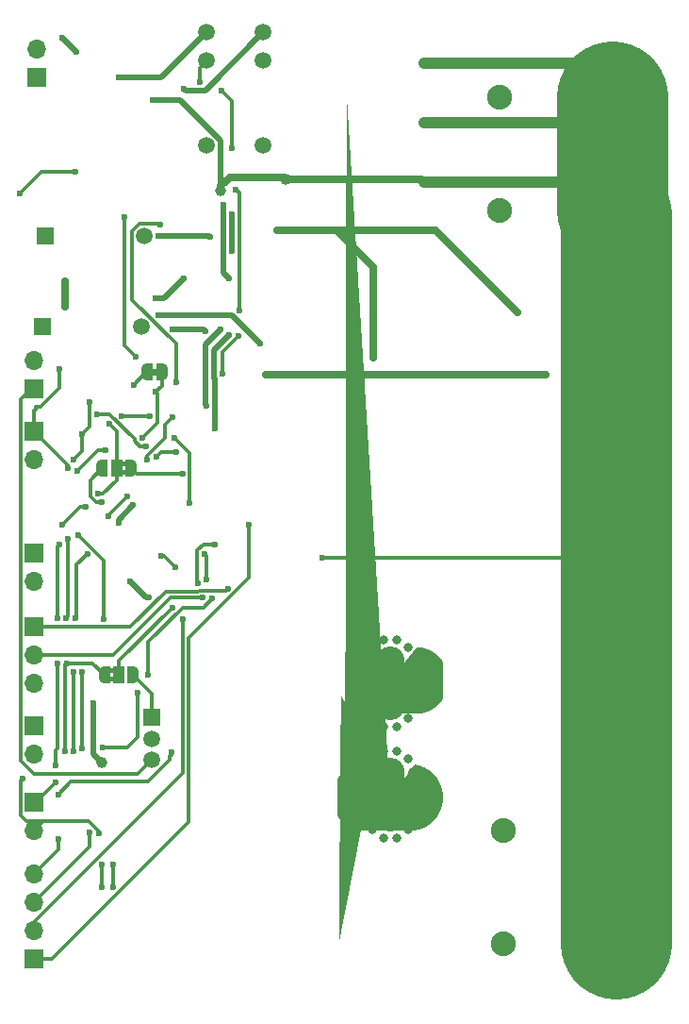
<source format=gbr>
%TF.GenerationSoftware,KiCad,Pcbnew,8.0.3*%
%TF.CreationDate,2024-11-15T02:09:21-08:00*%
%TF.ProjectId,Power_Management,506f7765-725f-44d6-916e-6167656d656e,rev?*%
%TF.SameCoordinates,Original*%
%TF.FileFunction,Copper,L2,Bot*%
%TF.FilePolarity,Positive*%
%FSLAX46Y46*%
G04 Gerber Fmt 4.6, Leading zero omitted, Abs format (unit mm)*
G04 Created by KiCad (PCBNEW 8.0.3) date 2024-11-15 02:09:21*
%MOMM*%
%LPD*%
G01*
G04 APERTURE LIST*
G04 Aperture macros list*
%AMRoundRect*
0 Rectangle with rounded corners*
0 $1 Rounding radius*
0 $2 $3 $4 $5 $6 $7 $8 $9 X,Y pos of 4 corners*
0 Add a 4 corners polygon primitive as box body*
4,1,4,$2,$3,$4,$5,$6,$7,$8,$9,$2,$3,0*
0 Add four circle primitives for the rounded corners*
1,1,$1+$1,$2,$3*
1,1,$1+$1,$4,$5*
1,1,$1+$1,$6,$7*
1,1,$1+$1,$8,$9*
0 Add four rect primitives between the rounded corners*
20,1,$1+$1,$2,$3,$4,$5,0*
20,1,$1+$1,$4,$5,$6,$7,0*
20,1,$1+$1,$6,$7,$8,$9,0*
20,1,$1+$1,$8,$9,$2,$3,0*%
%AMFreePoly0*
4,1,64,2.219304,2.963065,2.677052,2.853170,3.111972,2.673020,3.513357,2.427051,3.871321,2.121320,4.177052,1.763356,4.423021,1.361971,4.603171,0.927051,4.713066,0.469303,4.750001,0.000000,4.713066,-0.469303,4.603171,-0.927051,4.423021,-1.361971,4.177052,-1.763356,3.871321,-2.121320,3.513357,-2.427051,3.111972,-2.673020,2.677052,-2.853170,2.219304,-2.963065,1.750001,-3.000000,
-2.249999,-3.000000,-2.397706,-2.996361,-2.545055,-2.985454,-2.691689,-2.967306,-2.837251,-2.941960,-2.981388,-2.909478,-3.123751,-2.869938,-3.263995,-2.823437,-3.401780,-2.770088,-3.536770,-2.710019,-3.668639,-2.643376,-3.797067,-2.570322,-3.921743,-2.491033,-4.042363,-2.405702,-4.158636,-2.314536,-4.270279,-2.217755,-4.377022,-2.115595,-4.478605,-2.008303,-4.574782,-1.896139,-4.665320,-1.779377,
-4.750000,-1.658298,-4.750001,1.658297,-4.665322,1.779376,-4.574783,1.896139,-4.478606,2.008302,-4.377023,2.115594,-4.270281,2.217755,-4.158637,2.314535,-4.042365,2.405702,-3.921744,2.491033,-3.797069,2.570322,-3.668640,2.643376,-3.536771,2.710019,-3.401780,2.770087,-3.263996,2.823437,-3.123752,2.869937,-2.981389,2.909477,-2.837251,2.941959,-2.691689,2.967304,-2.545056,2.985452,
-2.397706,2.996359,-2.249999,2.999997,1.750001,3.000000,2.219304,2.963065,2.219304,2.963065,$1*%
%AMFreePoly1*
4,1,64,2.397707,2.996361,2.545056,2.985454,2.691689,2.967306,2.837251,2.941960,2.981388,2.909477,3.123751,2.869938,3.263995,2.823437,3.401779,2.770087,3.536770,2.710019,3.668639,2.643376,3.797067,2.570322,3.921742,2.491033,4.042363,2.405702,4.158635,2.314536,4.270278,2.217755,4.377021,2.115595,4.478604,2.008303,4.574782,1.896140,4.665320,1.779378,4.750000,1.658299,
4.750001,-1.658298,4.665321,-1.779377,4.574783,-1.896139,4.478606,-2.008303,4.377022,-2.115595,4.270280,-2.217755,4.158637,-2.314536,4.042364,-2.405702,3.921744,-2.491033,3.797068,-2.570322,3.668640,-2.643376,3.536771,-2.710019,3.401780,-2.770087,3.263996,-2.823437,3.123752,-2.869937,2.981389,-2.909477,2.837251,-2.941959,2.691689,-2.967305,2.545056,-2.985453,2.397707,-2.996360,
2.250000,-2.999998,-1.750001,-3.000000,-2.219304,-2.963065,-2.677051,-2.853170,-3.111972,-2.673020,-3.513356,-2.427051,-3.871321,-2.121320,-4.177051,-1.763356,-4.423020,-1.361971,-4.603170,-0.927051,-4.713066,-0.469303,-4.750001,0.000000,-4.713066,0.469303,-4.603170,0.927051,-4.423020,1.361971,-4.177051,1.763356,-3.871321,2.121320,-3.513356,2.427051,-3.111972,2.673020,-2.677051,2.853170,
-2.219304,2.963065,-1.750001,3.000000,2.250000,3.000000,2.397707,2.996361,2.397707,2.996361,$1*%
%AMFreePoly2*
4,1,19,0.500000,-0.750000,0.000000,-0.750000,0.000000,-0.744911,-0.071157,-0.744911,-0.207708,-0.704816,-0.327430,-0.627875,-0.420627,-0.520320,-0.479746,-0.390866,-0.500000,-0.250000,-0.500000,0.250000,-0.479746,0.390866,-0.420627,0.520320,-0.327430,0.627875,-0.207708,0.704816,-0.071157,0.744911,0.000000,0.744911,0.000000,0.750000,0.500000,0.750000,0.500000,-0.750000,0.500000,-0.750000,
$1*%
%AMFreePoly3*
4,1,19,0.000000,0.744911,0.071157,0.744911,0.207708,0.704816,0.327430,0.627875,0.420627,0.520320,0.479746,0.390866,0.500000,0.250000,0.500000,-0.250000,0.479746,-0.390866,0.420627,-0.520320,0.327430,-0.627875,0.207708,-0.704816,0.071157,-0.744911,0.000000,-0.744911,0.000000,-0.750000,-0.500000,-0.750000,-0.500000,0.750000,0.000000,0.750000,0.000000,0.744911,0.000000,0.744911,
$1*%
%AMFreePoly4*
4,1,19,0.550000,-0.750000,0.000000,-0.750000,0.000000,-0.744911,-0.071157,-0.744911,-0.207708,-0.704816,-0.327430,-0.627875,-0.420627,-0.520320,-0.479746,-0.390866,-0.500000,-0.250000,-0.500000,0.250000,-0.479746,0.390866,-0.420627,0.520320,-0.327430,0.627875,-0.207708,0.704816,-0.071157,0.744911,0.000000,0.744911,0.000000,0.750000,0.550000,0.750000,0.550000,-0.750000,0.550000,-0.750000,
$1*%
%AMFreePoly5*
4,1,19,0.000000,0.744911,0.071157,0.744911,0.207708,0.704816,0.327430,0.627875,0.420627,0.520320,0.479746,0.390866,0.500000,0.250000,0.500000,-0.250000,0.479746,-0.390866,0.420627,-0.520320,0.327430,-0.627875,0.207708,-0.704816,0.071157,-0.744911,0.000000,-0.744911,0.000000,-0.750000,-0.550000,-0.750000,-0.550000,0.750000,0.000000,0.750000,0.000000,0.744911,0.000000,0.744911,
$1*%
G04 Aperture macros list end*
%TA.AperFunction,EtchedComponent*%
%ADD10C,0.000000*%
%TD*%
%TA.AperFunction,ComponentPad*%
%ADD11C,1.498600*%
%TD*%
%TA.AperFunction,ComponentPad*%
%ADD12R,1.700000X1.700000*%
%TD*%
%TA.AperFunction,ComponentPad*%
%ADD13O,1.700000X1.700000*%
%TD*%
%TA.AperFunction,ComponentPad*%
%ADD14R,1.498600X1.498600*%
%TD*%
%TA.AperFunction,ComponentPad*%
%ADD15C,2.235200*%
%TD*%
%TA.AperFunction,ComponentPad*%
%ADD16R,1.500000X1.500000*%
%TD*%
%TA.AperFunction,ComponentPad*%
%ADD17C,1.500000*%
%TD*%
%TA.AperFunction,ComponentPad*%
%ADD18RoundRect,1.300000X-0.000010X2.000000X-0.000010X-2.000000X0.000010X-2.000000X0.000010X2.000000X0*%
%TD*%
%TA.AperFunction,SMDPad,CuDef*%
%ADD19FreePoly0,270.000000*%
%TD*%
%TA.AperFunction,SMDPad,CuDef*%
%ADD20FreePoly1,270.000000*%
%TD*%
%TA.AperFunction,ComponentPad*%
%ADD21C,0.800000*%
%TD*%
%TA.AperFunction,SMDPad,CuDef*%
%ADD22FreePoly2,0.000000*%
%TD*%
%TA.AperFunction,SMDPad,CuDef*%
%ADD23FreePoly3,0.000000*%
%TD*%
%TA.AperFunction,SMDPad,CuDef*%
%ADD24FreePoly4,0.000000*%
%TD*%
%TA.AperFunction,SMDPad,CuDef*%
%ADD25R,1.000000X1.500000*%
%TD*%
%TA.AperFunction,SMDPad,CuDef*%
%ADD26FreePoly5,0.000000*%
%TD*%
%TA.AperFunction,SMDPad,CuDef*%
%ADD27FreePoly4,180.000000*%
%TD*%
%TA.AperFunction,SMDPad,CuDef*%
%ADD28FreePoly5,180.000000*%
%TD*%
%TA.AperFunction,ViaPad*%
%ADD29C,0.600000*%
%TD*%
%TA.AperFunction,ViaPad*%
%ADD30C,1.000000*%
%TD*%
%TA.AperFunction,Conductor*%
%ADD31C,0.304800*%
%TD*%
%TA.AperFunction,Conductor*%
%ADD32C,0.508000*%
%TD*%
%TA.AperFunction,Conductor*%
%ADD33C,0.635000*%
%TD*%
%TA.AperFunction,Conductor*%
%ADD34C,10.000000*%
%TD*%
%TA.AperFunction,Conductor*%
%ADD35C,1.000000*%
%TD*%
G04 APERTURE END LIST*
D10*
%TA.AperFunction,EtchedComponent*%
%TO.C,JP8*%
G36*
X164222000Y-124506000D02*
G01*
X163722000Y-124506000D01*
X163722000Y-123906000D01*
X164222000Y-123906000D01*
X164222000Y-124506000D01*
G37*
%TD.AperFunction*%
%TA.AperFunction,EtchedComponent*%
%TO.C,JP4*%
G36*
X160352000Y-151184000D02*
G01*
X159852000Y-151184000D01*
X159852000Y-150784000D01*
X160352000Y-150784000D01*
X160352000Y-151184000D01*
G37*
%TD.AperFunction*%
%TA.AperFunction,EtchedComponent*%
G36*
X160352000Y-151984000D02*
G01*
X159852000Y-151984000D01*
X159852000Y-151584000D01*
X160352000Y-151584000D01*
X160352000Y-151984000D01*
G37*
%TD.AperFunction*%
%TA.AperFunction,EtchedComponent*%
%TO.C,JP7*%
G36*
X161458000Y-132642000D02*
G01*
X160958000Y-132642000D01*
X160958000Y-132242000D01*
X161458000Y-132242000D01*
X161458000Y-132642000D01*
G37*
%TD.AperFunction*%
%TA.AperFunction,EtchedComponent*%
G36*
X161458000Y-133442000D02*
G01*
X160958000Y-133442000D01*
X160958000Y-133042000D01*
X161458000Y-133042000D01*
X161458000Y-133442000D01*
G37*
%TD.AperFunction*%
%TD*%
D11*
%TO.P,K2,1,1*%
%TO.N,Net-(JP1-C)*%
X168656000Y-93726000D03*
%TO.P,K2,2,2*%
%TO.N,/FET_control_logic/3.3V_GATE_EN*%
X168656000Y-96266000D03*
%TO.P,K2,5,5*%
%TO.N,GATE_DRIVER_EN*%
X168656000Y-103886000D03*
%TO.P,K2,6,6*%
X173736000Y-103886000D03*
%TO.P,K2,9,9*%
%TO.N,GND*%
X173736000Y-96266000D03*
%TO.P,K2,10,10*%
%TO.N,Net-(JP9-C)*%
X173736000Y-93726000D03*
%TD*%
D12*
%TO.P,J8,1,Pin_1*%
%TO.N,/FET_control_logic/OCP_LATCH*%
X153162000Y-176885600D03*
D13*
%TO.P,J8,2,Pin_2*%
%TO.N,/FET_control_logic/OCP_COMP*%
X153162000Y-174345600D03*
%TO.P,J8,3,Pin_3*%
%TO.N,/FET_control_logic/UVP_COMP*%
X153162000Y-171805600D03*
%TO.P,J8,4,Pin_4*%
%TO.N,Net-(J8-Pin_4)*%
X153162000Y-169265600D03*
%TD*%
D11*
%TO.P,D6,1,K*%
%TO.N,/FETs/GATE2_DRIVE*%
X162814000Y-120142000D03*
D14*
%TO.P,D6,2,A*%
%TO.N,/FETs/V_THRUST*%
X153913840Y-120142000D03*
%TD*%
D15*
%TO.P,J3,1A,1A*%
%TO.N,/Battery_input/+BATT_HALL*%
X195326000Y-165354000D03*
%TO.P,J3,1B,1B*%
X195326000Y-175514000D03*
%TO.P,J3,2A,2A*%
%TO.N,/Battery_input/-Batt*%
X205486000Y-165354000D03*
%TO.P,J3,2B,2B*%
X205486000Y-175514000D03*
%TD*%
D12*
%TO.P,J2,1,Pin_1*%
%TO.N,+5V*%
X153162000Y-155951000D03*
D13*
%TO.P,J2,2,Pin_2*%
%TO.N,GND*%
X153162000Y-158491000D03*
%TD*%
D15*
%TO.P,J4,1A,1A*%
%TO.N,/Battery_input/-Batt*%
X205079200Y-109728000D03*
%TO.P,J4,1B,1B*%
X205079200Y-99568000D03*
%TO.P,J4,2A,2A*%
%TO.N,/FETs/V_THRUST*%
X194919200Y-109728000D03*
%TO.P,J4,2B,2B*%
X194919200Y-99568000D03*
%TD*%
D12*
%TO.P,J9,1,Pin_1*%
%TO.N,/OCP_UVP_detect/LE_Teensy*%
X153162000Y-147066000D03*
D13*
%TO.P,J9,2,Pin_2*%
%TO.N,/OCP_UVP_detect/OE_Teensy*%
X153162000Y-149606000D03*
%TO.P,J9,3,Pin_3*%
%TO.N,GND*%
X153162000Y-152146000D03*
%TD*%
D12*
%TO.P,J6,1,Pin_1*%
%TO.N,+3.3V*%
X153162000Y-129535000D03*
D13*
%TO.P,J6,2,Pin_2*%
%TO.N,GND*%
X153162000Y-132075000D03*
%TD*%
D12*
%TO.P,J10,1,Pin_1*%
%TO.N,/FET_control_logic/Kill_Switch*%
X153162000Y-162814000D03*
D13*
%TO.P,J10,2,Pin_2*%
%TO.N,GND*%
X153162000Y-165354000D03*
%TD*%
D12*
%TO.P,J5,1,Pin_1*%
%TO.N,GND*%
X153416000Y-97790000D03*
D13*
%TO.P,J5,2,Pin_2*%
%TO.N,/FET_control_logic/3.3V_GATE_EN*%
X153416000Y-95250000D03*
%TD*%
D12*
%TO.P,J1,1,Pin_1*%
%TO.N,/OCP_UVP_detect/ISENSE_ANALOG*%
X153162000Y-125735000D03*
D13*
%TO.P,J1,2,Pin_2*%
%TO.N,/OCP_UVP_detect/BATT_SAMPLE*%
X153162000Y-123195000D03*
%TD*%
D12*
%TO.P,J7,1,Pin_1*%
%TO.N,VREF1*%
X153162000Y-140457000D03*
D13*
%TO.P,J7,2,Pin_2*%
%TO.N,VREF2*%
X153162000Y-142997000D03*
%TD*%
D16*
%TO.P,U1,1,VCC*%
%TO.N,+5V*%
X163734001Y-155204000D03*
D17*
%TO.P,U1,2,GND*%
%TO.N,GND*%
X163734001Y-157114000D03*
%TO.P,U1,3,VIOUT*%
%TO.N,/OCP_UVP_detect/ISENSE_ANALOG*%
X163734001Y-159024000D03*
D18*
%TO.P,U1,4,IP+*%
%TO.N,/Battery_input/+BATT_HALL*%
X185134000Y-162114000D03*
D19*
X185134000Y-162363999D03*
D20*
%TO.P,U1,5,IP-*%
%TO.N,/FETs/+Batt*%
X185134000Y-151864000D03*
D18*
X185134000Y-152114000D03*
D21*
%TO.P,U1,~*%
%TO.N,N/C*%
X185752000Y-148212000D03*
X184516000Y-148212000D03*
X186752000Y-148938000D03*
X183516000Y-148938000D03*
X187134000Y-150114000D03*
X183134000Y-150114000D03*
X187134000Y-151447300D03*
X183134000Y-151447300D03*
X187134000Y-152780600D03*
X183134000Y-152780600D03*
X187134000Y-154113900D03*
X183134000Y-154113900D03*
X186752000Y-155290000D03*
X183516000Y-155290000D03*
X185752000Y-156016000D03*
X184515999Y-156016000D03*
X185752000Y-158212000D03*
X184515999Y-158212000D03*
X186752000Y-158938000D03*
X183516000Y-158938000D03*
X187134000Y-160114000D03*
X183134000Y-160114000D03*
X187134000Y-161447300D03*
X183134000Y-161447300D03*
X187134000Y-162780600D03*
X183134000Y-162780600D03*
X187134000Y-164113900D03*
X183134000Y-164113900D03*
X186752000Y-165290000D03*
X183516000Y-165290000D03*
X185752000Y-166016000D03*
X184516000Y-166016000D03*
%TD*%
D11*
%TO.P,D8,1,K*%
%TO.N,/FETs/GATE1_DRIVE*%
X163068000Y-112014000D03*
D14*
%TO.P,D8,2,A*%
%TO.N,/FETs/V_THRUST*%
X154167840Y-112014000D03*
%TD*%
D22*
%TO.P,JP8,1,A*%
%TO.N,Net-(D7-A)*%
X163322000Y-124206000D03*
D23*
%TO.P,JP8,2,B*%
%TO.N,Net-(J8-Pin_4)*%
X164622000Y-124206000D03*
%TD*%
D24*
%TO.P,JP4,1,A*%
%TO.N,+3.3V*%
X159452000Y-151384000D03*
D25*
%TO.P,JP4,2,C*%
%TO.N,Net-(JP4-C)*%
X160752000Y-151384000D03*
D26*
%TO.P,JP4,3,B*%
%TO.N,+5V*%
X162052000Y-151384000D03*
%TD*%
D27*
%TO.P,JP7,1,A*%
%TO.N,/FET_control_logic/OCP_LATCH*%
X161858000Y-132842000D03*
D25*
%TO.P,JP7,2,C*%
%TO.N,Net-(D5-A)*%
X160558000Y-132842000D03*
D28*
%TO.P,JP7,3,B*%
%TO.N,/FET_control_logic/OCP_COMP*%
X159258000Y-132842000D03*
%TD*%
D29*
%TO.N,GND*%
X152146000Y-160680400D03*
X156713000Y-132075000D03*
X157480000Y-129794000D03*
X151858000Y-108204000D03*
X158140400Y-126949200D03*
X156870400Y-106273600D03*
X159004000Y-165608000D03*
%TO.N,/FETs/V_THRUST*%
X173482000Y-121666000D03*
X164338000Y-119126000D03*
%TO.N,/FET_control_logic/3.3V_GATE_EN*%
X171246800Y-107848400D03*
X155702000Y-94234000D03*
X171551600Y-118668800D03*
X167995600Y-98196400D03*
X171500800Y-120954800D03*
X169976800Y-98958400D03*
X156972000Y-95504000D03*
X170942000Y-104140000D03*
X170027600Y-124409200D03*
%TO.N,/FET_control_logic/Kill_Switch*%
X165912800Y-125171200D03*
X165608000Y-128270000D03*
X155046400Y-159472807D03*
X155046400Y-161036000D03*
X159830017Y-137135177D03*
X155279214Y-146307917D03*
X155448000Y-139700000D03*
X155260601Y-150376257D03*
X164439600Y-110998000D03*
X161544000Y-135382000D03*
X163251002Y-132061844D03*
%TO.N,/FET_control_logic/UVP_COMP*%
X163372800Y-151384000D03*
X159308800Y-157937200D03*
X167081200Y-135940800D03*
X163576000Y-128219200D03*
X165709600Y-130098800D03*
X168452800Y-140512800D03*
X158140400Y-165506400D03*
X168656000Y-142849600D03*
X169164000Y-144526000D03*
X161036000Y-128168400D03*
X162458400Y-153009600D03*
%TO.N,Net-(D5-A)*%
X159902225Y-128888468D03*
X155651200Y-137922000D03*
X157784800Y-136296400D03*
X158851600Y-135128000D03*
%TO.N,Net-(D7-A)*%
X161290000Y-110337600D03*
X162067340Y-125384900D03*
X162264239Y-122842646D03*
%TO.N,+3.3V*%
X156210000Y-139192000D03*
X155914809Y-158237882D03*
X156210000Y-132842000D03*
X156021398Y-146282744D03*
X155397200Y-123952000D03*
X156062400Y-150328807D03*
%TO.N,Net-(JP4-C)*%
X165553866Y-145329374D03*
%TO.N,/FET_control_logic/OCP_COMP*%
X159261603Y-135897206D03*
X165862000Y-141732000D03*
X166522400Y-146354800D03*
X164592000Y-140716000D03*
%TO.N,/FET_control_logic/OCP_LATCH*%
X166473200Y-133327684D03*
X172415200Y-137922000D03*
%TO.N,/OCP_UVP_detect/BATT_SAMPLE*%
X165917897Y-131408879D03*
X163222813Y-130868600D03*
X164126449Y-131819282D03*
X158841435Y-127991421D03*
%TO.N,Net-(JP6-A)*%
X158496000Y-153916100D03*
D30*
X159229635Y-159226367D03*
D29*
%TO.N,/OCP_UVP_detect/LE_Teensy*%
X170554620Y-143630620D03*
%TO.N,/OCP_UVP_detect/OE_Teensy*%
X167862343Y-143159016D03*
X169418000Y-139700000D03*
X168251226Y-144466515D03*
%TO.N,VREF1*%
X156824400Y-146264807D03*
X162052000Y-136144000D03*
X160710104Y-137761264D03*
X159258000Y-170434000D03*
X156676797Y-151130000D03*
X159258000Y-168402000D03*
X156718000Y-158242000D03*
X157916104Y-140555264D03*
%TO.N,VREF2*%
X163493420Y-144443420D03*
X160274000Y-168402000D03*
X157480000Y-151130000D03*
X157480000Y-157988000D03*
X160274000Y-170434000D03*
X161798000Y-143002000D03*
%TO.N,Net-(J8-Pin_4)*%
X159410400Y-146354800D03*
X155295600Y-162102800D03*
X162864800Y-130149600D03*
X164084000Y-125984000D03*
X157124400Y-138836400D03*
X155346400Y-166116000D03*
X165506400Y-158292800D03*
X157022800Y-133096000D03*
X159562800Y-131216400D03*
%TO.N,/FETs/+Batt*%
X155956000Y-118364000D03*
X155956000Y-116078000D03*
D30*
%TO.N,/Battery_input/-Batt*%
X175768000Y-106934000D03*
X169926000Y-107950000D03*
X188214000Y-96520000D03*
D29*
X179070000Y-140919200D03*
D30*
X188214000Y-101854000D03*
X188214000Y-107188000D03*
D29*
X164084000Y-117602000D03*
X166624000Y-115824000D03*
X163830000Y-99822000D03*
%TO.N,/FETs/GATE2_DRIVE*%
X173921302Y-124460000D03*
X199136000Y-124460000D03*
X168529000Y-120523000D03*
X165608000Y-120396000D03*
%TO.N,/FETs/GATE1_DRIVE*%
X168967150Y-112071150D03*
X175006000Y-111506000D03*
X164338000Y-112014000D03*
X183642000Y-122936000D03*
X196596000Y-118872000D03*
%TO.N,Net-(JP1-C)*%
X160782000Y-97790000D03*
%TO.N,Net-(JP9-C)*%
X166624000Y-98806000D03*
%TO.N,Net-(JP3-B)*%
X170896000Y-113376483D03*
X169926000Y-120396000D03*
X170896000Y-110017674D03*
X168656000Y-127254000D03*
%TO.N,Net-(JP3-A)*%
X170173002Y-113026614D03*
X170688000Y-115824000D03*
X169418000Y-129286000D03*
X170180000Y-109220000D03*
X170656220Y-120872220D03*
%TD*%
D31*
%TO.N,GND*%
X159004000Y-165608000D02*
X159004000Y-165442841D01*
X159004000Y-165442841D02*
X158065159Y-164504000D01*
X153788400Y-106273600D02*
X151858000Y-108204000D01*
X154012000Y-164504000D02*
X152447200Y-164504000D01*
X154012000Y-164504000D02*
X153162000Y-165354000D01*
X156870400Y-106273600D02*
X153788400Y-106273600D01*
X151959600Y-164016400D02*
X151959600Y-160866800D01*
X158140400Y-129133600D02*
X157480000Y-129794000D01*
X157480000Y-131308000D02*
X156713000Y-132075000D01*
X158065159Y-164504000D02*
X154012000Y-164504000D01*
X151959600Y-160866800D02*
X152146000Y-160680400D01*
X152447200Y-164504000D02*
X151959600Y-164016400D01*
X157480000Y-129794000D02*
X157480000Y-131308000D01*
X158140400Y-126949200D02*
X158140400Y-129133600D01*
%TO.N,+5V*%
X163734001Y-153066001D02*
X162052000Y-151384000D01*
X163734001Y-155204000D02*
X163734001Y-153066001D01*
D32*
%TO.N,/FETs/V_THRUST*%
X164338000Y-119126000D02*
X170942000Y-119126000D01*
X170942000Y-119126000D02*
X173482000Y-121666000D01*
D31*
%TO.N,/FET_control_logic/3.3V_GATE_EN*%
X167995600Y-96926400D02*
X168656000Y-96266000D01*
X171551600Y-108153200D02*
X171246800Y-107848400D01*
X170942000Y-104140000D02*
X170891200Y-104089200D01*
X170891200Y-99872800D02*
X169976800Y-98958400D01*
X170027600Y-124409200D02*
X170027600Y-122428000D01*
X170891200Y-104089200D02*
X170891200Y-99872800D01*
X167995600Y-98196400D02*
X167995600Y-96926400D01*
D32*
X155702000Y-94234000D02*
X156972000Y-95504000D01*
D31*
X170027600Y-122428000D02*
X171500800Y-120954800D01*
X171551600Y-118668800D02*
X171551600Y-108153200D01*
%TO.N,/FET_control_logic/Kill_Switch*%
X165912800Y-121682760D02*
X165912800Y-125171200D01*
X159830017Y-137095983D02*
X159830017Y-137135177D01*
X161966300Y-117736260D02*
X165912800Y-121682760D01*
X155279214Y-139868786D02*
X155279214Y-146307917D01*
X165608000Y-128270000D02*
X164901600Y-128976400D01*
X155448000Y-139700000D02*
X155279214Y-139868786D01*
X163251002Y-131767570D02*
X163251002Y-132061844D01*
X164901600Y-130116972D02*
X163251002Y-131767570D01*
X164901600Y-128976400D02*
X164901600Y-130116972D01*
X155046400Y-159472807D02*
X155046400Y-158179132D01*
X164353900Y-110912300D02*
X162611660Y-110912300D01*
X162611660Y-110912300D02*
X161966300Y-111557660D01*
X155260601Y-157964931D02*
X155260601Y-150376257D01*
X161544000Y-135382000D02*
X159830017Y-137095983D01*
X164439600Y-110998000D02*
X164353900Y-110912300D01*
X153268400Y-162814000D02*
X155046400Y-161036000D01*
X155046400Y-158179132D02*
X155260601Y-157964931D01*
X161966300Y-111557660D02*
X161966300Y-117736260D01*
%TO.N,/FET_control_logic/UVP_COMP*%
X163525200Y-128168400D02*
X163576000Y-128219200D01*
X159308800Y-157937200D02*
X161493200Y-157937200D01*
X165709600Y-130098800D02*
X167128800Y-131518000D01*
X168656000Y-140716000D02*
X168452800Y-140512800D01*
X168351200Y-145338800D02*
X169164000Y-144526000D01*
X168656000Y-142849600D02*
X168656000Y-140716000D01*
X167128800Y-135893200D02*
X167081200Y-135940800D01*
X161036000Y-128168400D02*
X163525200Y-128168400D01*
X162458400Y-156972000D02*
X162458400Y-153009600D01*
X158140400Y-166827200D02*
X158140400Y-165506400D01*
X161493200Y-157937200D02*
X162458400Y-156972000D01*
X153162000Y-171805600D02*
X158140400Y-166827200D01*
X166471600Y-145338800D02*
X168351200Y-145338800D01*
X163372800Y-151384000D02*
X163372800Y-148437600D01*
X167128800Y-131518000D02*
X167128800Y-135893200D01*
X163372800Y-148437600D02*
X166471600Y-145338800D01*
%TO.N,Net-(D5-A)*%
X160558000Y-132842000D02*
X160558000Y-133896800D01*
X160558000Y-129544243D02*
X159902225Y-128888468D01*
X157784800Y-136296400D02*
X157276800Y-136296400D01*
X159326800Y-135128000D02*
X158851600Y-135128000D01*
X157276800Y-136296400D02*
X155651200Y-137922000D01*
X160558000Y-132842000D02*
X160558000Y-129544243D01*
X160558000Y-133896800D02*
X159326800Y-135128000D01*
%TO.N,Net-(D7-A)*%
X163246240Y-124206000D02*
X162067340Y-125384900D01*
X161290000Y-121868407D02*
X162264239Y-122842646D01*
X161290000Y-110337600D02*
X161290000Y-121868407D01*
%TO.N,+3.3V*%
X159452000Y-151384000D02*
X158396807Y-150328807D01*
X155914809Y-158237882D02*
X155914809Y-150476398D01*
X156210000Y-132842000D02*
X156210000Y-132583000D01*
X156168800Y-139233200D02*
X156168800Y-146135342D01*
X153263600Y-127355600D02*
X153263600Y-127609600D01*
X153263600Y-127609600D02*
X153162000Y-127711200D01*
X155397200Y-123952000D02*
X155397200Y-125645600D01*
X156210000Y-132583000D02*
X153162000Y-129535000D01*
X153162000Y-127711200D02*
X153162000Y-129535000D01*
X158396807Y-150328807D02*
X156062400Y-150328807D01*
X155914809Y-150476398D02*
X156062400Y-150328807D01*
X153687200Y-127355600D02*
X153263600Y-127355600D01*
X156210000Y-139192000D02*
X156168800Y-139233200D01*
X156168800Y-146135342D02*
X156021398Y-146282744D01*
X155397200Y-125645600D02*
X153687200Y-127355600D01*
%TO.N,Net-(JP4-C)*%
X160752000Y-151384000D02*
X160752000Y-150131240D01*
X160752000Y-150131240D02*
X165553866Y-145329374D01*
%TO.N,/FET_control_logic/OCP_COMP*%
X153162000Y-174345600D02*
X153162000Y-173532800D01*
X164592000Y-140716000D02*
X164846000Y-140716000D01*
X153162000Y-173532800D02*
X166522400Y-160172400D01*
X166522400Y-160172400D02*
X166522400Y-146354800D01*
X158196000Y-135399559D02*
X158693647Y-135897206D01*
X164846000Y-140716000D02*
X165862000Y-141732000D01*
X158196000Y-133904000D02*
X158196000Y-135399559D01*
X158693647Y-135897206D02*
X159261603Y-135897206D01*
X159258000Y-132842000D02*
X158196000Y-133904000D01*
%TO.N,/FET_control_logic/OCP_LATCH*%
X154745033Y-176885600D02*
X167030400Y-164600233D01*
X162343684Y-133327684D02*
X166473200Y-133327684D01*
X167030400Y-164600233D02*
X167030400Y-148082000D01*
X153162000Y-176885600D02*
X154745033Y-176885600D01*
X161858000Y-132842000D02*
X162343684Y-133327684D01*
X167030400Y-148082000D02*
X172415200Y-142697200D01*
X172415200Y-142697200D02*
X172415200Y-137922000D01*
%TO.N,/OCP_UVP_detect/BATT_SAMPLE*%
X162158400Y-130421159D02*
X162605841Y-130868600D01*
X158841435Y-127991421D02*
X159931862Y-127991421D01*
X164536852Y-131408879D02*
X165917897Y-131408879D01*
X159931862Y-127991421D02*
X162158400Y-130217959D01*
X162158400Y-130217959D02*
X162158400Y-130421159D01*
X164126449Y-131819282D02*
X164536852Y-131408879D01*
X162605841Y-130868600D02*
X163222813Y-130868600D01*
%TO.N,/OCP_UVP_detect/ISENSE_ANALOG*%
X153162000Y-125476000D02*
X151959600Y-126678400D01*
X151959600Y-159071600D02*
X153162000Y-160274000D01*
X151959600Y-126678400D02*
X151959600Y-159071600D01*
X153162000Y-160274000D02*
X162484001Y-160274000D01*
X162484001Y-160274000D02*
X163734001Y-159024000D01*
D32*
%TO.N,Net-(JP6-A)*%
X159229635Y-159226367D02*
X158496000Y-158492732D01*
X158496000Y-158492732D02*
X158496000Y-153916100D01*
D31*
%TO.N,/OCP_UVP_detect/LE_Teensy*%
X164952400Y-143911600D02*
X167896376Y-143911600D01*
X170386090Y-143799150D02*
X170554620Y-143630620D01*
X168008826Y-143799150D02*
X170386090Y-143799150D01*
X153162000Y-147066000D02*
X161798000Y-147066000D01*
X167896376Y-143911600D02*
X168008826Y-143799150D01*
X161798000Y-147066000D02*
X164952400Y-143911600D01*
%TO.N,/OCP_UVP_detect/OE_Teensy*%
X169418000Y-139700000D02*
X168338441Y-139700000D01*
X160274000Y-149606000D02*
X165413485Y-144466515D01*
X168338441Y-139700000D02*
X167797200Y-140241241D01*
X167797200Y-140241241D02*
X167797200Y-143093873D01*
X167797200Y-143093873D02*
X167862343Y-143159016D01*
X165413485Y-144466515D02*
X168251226Y-144466515D01*
X153162000Y-149606000D02*
X160274000Y-149606000D01*
%TO.N,VREF1*%
X156718000Y-158242000D02*
X156718000Y-151171203D01*
D32*
X162052000Y-136144000D02*
X160710104Y-137485896D01*
D31*
X159258000Y-170434000D02*
X159258000Y-168402000D01*
X156972000Y-146117207D02*
X156972000Y-141499368D01*
D32*
X160710104Y-137485896D02*
X160710104Y-137761264D01*
D31*
X156824400Y-146264807D02*
X156972000Y-146117207D01*
X156972000Y-141499368D02*
X157916104Y-140555264D01*
X156718000Y-151171203D02*
X156676797Y-151130000D01*
D32*
%TO.N,VREF2*%
X161798000Y-143002000D02*
X163239420Y-144443420D01*
X163239420Y-144443420D02*
X163493420Y-144443420D01*
D31*
X160274000Y-170434000D02*
X160274000Y-168402000D01*
X157480000Y-157988000D02*
X157480000Y-151130000D01*
%TO.N,Net-(J8-Pin_4)*%
X155295600Y-162102800D02*
X156464000Y-160934400D01*
X164231600Y-128782800D02*
X164231600Y-126131600D01*
X164084000Y-125984000D02*
X164622000Y-125446000D01*
X164622000Y-125446000D02*
X164622000Y-124206000D01*
X165354000Y-158699200D02*
X165506400Y-158546800D01*
X164231600Y-126131600D02*
X164084000Y-125984000D01*
X155346400Y-167081200D02*
X155346400Y-166116000D01*
X165506400Y-158546800D02*
X165506400Y-158292800D01*
X156464000Y-160934400D02*
X163382631Y-160934400D01*
X165354000Y-158963031D02*
X165354000Y-158699200D01*
X158902400Y-131216400D02*
X159562800Y-131216400D01*
X159410400Y-141122400D02*
X157124400Y-138836400D01*
X159410400Y-146354800D02*
X159410400Y-141122400D01*
X157022800Y-133096000D02*
X158902400Y-131216400D01*
X153162000Y-169265600D02*
X155346400Y-167081200D01*
X163382631Y-160934400D02*
X165354000Y-158963031D01*
X162864800Y-130149600D02*
X164231600Y-128782800D01*
D33*
%TO.N,/FETs/+Batt*%
X155956000Y-116078000D02*
X155956000Y-118364000D01*
D34*
%TO.N,/Battery_input/-Batt*%
X205486000Y-110134800D02*
X205079200Y-109728000D01*
D33*
X175556900Y-106722900D02*
X175768000Y-106934000D01*
D32*
X169926000Y-103454276D02*
X169926000Y-107950000D01*
D35*
X202539200Y-107188000D02*
X205079200Y-109728000D01*
X188214000Y-101854000D02*
X202793200Y-101854000D01*
D33*
X170754454Y-106722900D02*
X175556900Y-106722900D01*
D35*
X188214000Y-107188000D02*
X202539200Y-107188000D01*
X188214000Y-96520000D02*
X202031200Y-96520000D01*
D33*
X175768000Y-106934000D02*
X187960000Y-106934000D01*
D31*
X179070000Y-140919200D02*
X205486000Y-140919200D01*
D35*
X202031200Y-96520000D02*
X205079200Y-99568000D01*
D32*
X163830000Y-99822000D02*
X166293724Y-99822000D01*
X187960000Y-106934000D02*
X188214000Y-107188000D01*
D33*
X169926000Y-107551354D02*
X170754454Y-106722900D01*
D35*
X202793200Y-101854000D02*
X205079200Y-99568000D01*
D34*
X205486000Y-140919200D02*
X205486000Y-110134800D01*
D32*
X166293724Y-99822000D02*
X169926000Y-103454276D01*
X164084000Y-117602000D02*
X164846000Y-117602000D01*
X164846000Y-117602000D02*
X166624000Y-115824000D01*
D34*
X205486000Y-165354000D02*
X205486000Y-175514000D01*
X205486000Y-165354000D02*
X205486000Y-140919200D01*
X205079200Y-109728000D02*
X205079200Y-99568000D01*
D33*
X169926000Y-107950000D02*
X169926000Y-107551354D01*
%TO.N,/FETs/GATE2_DRIVE*%
X199136000Y-124460000D02*
X173921302Y-124460000D01*
D32*
X165608000Y-120396000D02*
X168402000Y-120396000D01*
X168402000Y-120396000D02*
X168529000Y-120523000D01*
D33*
%TO.N,/FETs/GATE1_DRIVE*%
X180340000Y-111506000D02*
X183642000Y-114808000D01*
X175006000Y-111506000D02*
X180340000Y-111506000D01*
D32*
X168910000Y-112014000D02*
X168967150Y-112071150D01*
D33*
X183642000Y-114808000D02*
X183642000Y-122936000D01*
X189230000Y-111506000D02*
X196596000Y-118872000D01*
X180340000Y-111506000D02*
X189230000Y-111506000D01*
D32*
X164338000Y-112014000D02*
X168910000Y-112014000D01*
%TO.N,Net-(JP1-C)*%
X160782000Y-97790000D02*
X164592000Y-97790000D01*
X164592000Y-97790000D02*
X168656000Y-93726000D01*
%TO.N,Net-(JP9-C)*%
X168508400Y-98953600D02*
X173736000Y-93726000D01*
X166771600Y-98953600D02*
X168508400Y-98953600D01*
X166624000Y-98806000D02*
X166771600Y-98953600D01*
%TO.N,Net-(JP3-B)*%
X168562400Y-127160400D02*
X168562400Y-121759600D01*
X168562400Y-121759600D02*
X169926000Y-120396000D01*
X170945200Y-113327283D02*
X170945200Y-110066874D01*
X170945200Y-110066874D02*
X170896000Y-110017674D01*
X170896000Y-113376483D02*
X170945200Y-113327283D01*
X168656000Y-127254000D02*
X168562400Y-127160400D01*
%TO.N,Net-(JP3-A)*%
X169270400Y-124722843D02*
X169270400Y-122258040D01*
X169270400Y-122258040D02*
X170656220Y-120872220D01*
X170138800Y-113060816D02*
X170173002Y-113026614D01*
X169418000Y-129286000D02*
X169418000Y-124870443D01*
X170180000Y-109220000D02*
X170138800Y-109261200D01*
X170138800Y-109261200D02*
X170138800Y-112992412D01*
X170138800Y-112992412D02*
X170173002Y-113026614D01*
X169418000Y-124870443D02*
X169270400Y-124722843D01*
X170138800Y-115274800D02*
X170138800Y-113060816D01*
X170688000Y-115824000D02*
X170138800Y-115274800D01*
%TD*%
M02*

</source>
